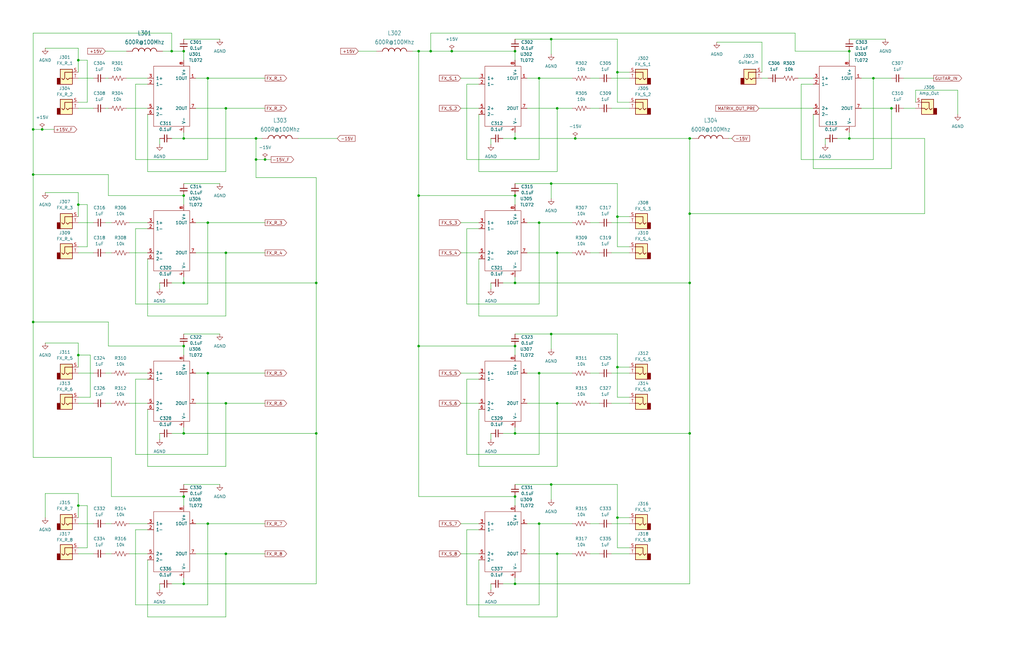
<source format=kicad_sch>
(kicad_sch (version 20250114) (generator "eeschema") (generator_version "9.0")
  (paper "B")
  (title_block (title "ESP332 Guitar Patch Bay") (date "2025-05-27") (rev "1"))
  (junction (at 227.33 220.98))
  (junction (at 77.47 182.88))
  (junction (at 290.83 182.88))
  (junction (at 176.53 82.55))
  (junction (at 17.78 54.61))
  (junction (at 33.02 25.4))
  (junction (at 190.5 21.59))
  (junction (at 217.17 182.88))
  (junction (at 217.17 58.42))
  (junction (at 72.39 21.59))
  (junction (at 87.63 93.98))
  (junction (at 77.47 21.59))
  (junction (at 77.47 209.55))
  (junction (at 133.35 182.88))
  (junction (at 77.47 246.38))
  (junction (at 234.95 170.18))
  (junction (at 13.97 73.66))
  (junction (at 95.25 45.72))
  (junction (at 242.57 58.42))
  (junction (at 13.97 54.61))
  (junction (at 77.47 58.42))
  (junction (at 290.83 90.17))
  (junction (at 234.95 233.68))
  (junction (at 33.02 149.86))
  (junction (at 227.33 33.02))
  (junction (at 232.41 204.47))
  (junction (at 181.61 21.59))
  (junction (at 232.41 16.51))
  (junction (at 260.35 218.44))
  (junction (at 260.35 154.94))
  (junction (at 107.95 58.42))
  (junction (at 217.17 119.38))
  (junction (at 260.35 30.48))
  (junction (at 368.3 33.02))
  (junction (at 227.33 93.98))
  (junction (at 227.33 157.48))
  (junction (at 234.95 106.68))
  (junction (at 77.47 119.38))
  (junction (at 111.76 67.31))
  (junction (at 358.14 58.42))
  (junction (at 33.02 86.36))
  (junction (at 217.17 246.38))
  (junction (at 95.25 233.68))
  (junction (at 234.95 45.72))
  (junction (at 77.47 82.55))
  (junction (at 95.25 106.68))
  (junction (at 358.14 21.59))
  (junction (at 217.17 146.05))
  (junction (at 232.41 77.47))
  (junction (at 232.41 140.97))
  (junction (at 260.35 91.44))
  (junction (at 107.95 67.31))
  (junction (at 217.17 21.59))
  (junction (at 95.25 170.18))
  (junction (at 87.63 220.98))
  (junction (at 290.83 58.42))
  (junction (at 176.53 21.59))
  (junction (at 33.02 213.36))
  (junction (at 87.63 157.48))
  (junction (at 13.97 135.89))
  (junction (at 87.63 33.02))
  (junction (at 176.53 146.05))
  (junction (at 290.83 119.38))
  (junction (at 77.47 146.05))
  (junction (at 375.92 45.72))
  (junction (at 133.35 119.38))
  (junction (at 217.17 209.55))
  (junction (at 217.17 82.55))
  (wire (pts (xy 234.95 196.85) (xy 201.93 196.85)))
  (wire (pts (xy 46.99 209.55) (xy 46.99 193.04)))
  (wire (pts (xy 358.14 16.51) (xy 373.38 16.51)))
  (wire (pts (xy 57.15 223.52) (xy 62.23 223.52)))
  (wire (pts (xy 13.97 54.61) (xy 13.97 13.97)))
  (wire (pts (xy 241.3 33.02) (xy 227.33 33.02)))
  (wire (pts (xy 212.09 246.38) (xy 217.17 246.38)))
  (wire (pts (xy 54.61 170.18) (xy 62.23 170.18)))
  (wire (pts (xy 67.31 185.42) (xy 67.31 182.88)))
  (wire (pts (xy 181.61 13.97) (xy 181.61 21.59)))
  (wire (pts (xy 232.41 147.32) (xy 232.41 140.97)))
  (wire (pts (xy 82.55 220.98) (xy 87.63 220.98)))
  (wire (pts (xy 222.25 93.98) (xy 227.33 93.98)))
  (wire (pts (xy 87.63 33.02) (xy 111.76 33.02)))
  (wire (pts (xy 290.83 119.38) (xy 290.83 90.17)))
  (wire (pts (xy 232.41 22.86) (xy 232.41 16.51)))
  (wire (pts (xy 133.35 246.38) (xy 133.35 182.88)))
  (wire (pts (xy 222.25 106.68) (xy 234.95 106.68)))
  (wire (pts (xy 33.02 170.18) (xy 39.37 170.18)))
  (wire (pts (xy 337.82 35.56) (xy 342.9 35.56)))
  (wire (pts (xy 72.39 21.59) (xy 77.47 21.59)))
  (wire (pts (xy 257.81 33.02) (xy 265.43 33.02)))
  (wire (pts (xy 260.35 91.44) (xy 265.43 91.44)))
  (wire (pts (xy 46.99 220.98) (xy 44.45 220.98)))
  (wire (pts (xy 33.02 43.18) (xy 36.83 43.18)))
  (wire (pts (xy 222.25 233.68) (xy 234.95 233.68)))
  (wire (pts (xy 176.53 21.59) (xy 181.61 21.59)))
  (wire (pts (xy 54.61 106.68) (xy 62.23 106.68)))
  (wire (pts (xy 95.25 170.18) (xy 95.25 196.85)))
  (wire (pts (xy 151.13 21.59) (xy 158.75 21.59)))
  (wire (pts (xy 290.83 58.42) (xy 242.57 58.42)))
  (wire (pts (xy 260.35 77.47) (xy 232.41 77.47)))
  (wire (pts (xy 95.25 196.85) (xy 62.23 196.85)))
  (wire (pts (xy 33.02 233.68) (xy 39.37 233.68)))
  (wire (pts (xy 57.15 128.27) (xy 87.63 128.27)))
  (wire (pts (xy 201.93 48.26) (xy 201.93 72.39)))
  (wire (pts (xy 234.95 106.68) (xy 234.95 133.35)))
  (wire (pts (xy 77.47 77.47) (xy 92.71 77.47)))
  (wire (pts (xy 95.25 72.39) (xy 62.23 72.39)))
  (wire (pts (xy 95.25 260.35) (xy 62.23 260.35)))
  (wire (pts (xy 57.15 96.52) (xy 62.23 96.52)))
  (wire (pts (xy 95.25 45.72) (xy 111.76 45.72)))
  (wire (pts (xy 62.23 48.26) (xy 62.23 72.39)))
  (wire (pts (xy 33.02 45.72) (xy 39.37 45.72)))
  (wire (pts (xy 222.25 170.18) (xy 234.95 170.18)))
  (wire (pts (xy 227.33 220.98) (xy 227.33 255.27)))
  (wire (pts (xy 77.47 140.97) (xy 92.71 140.97)))
  (wire (pts (xy 212.09 58.42) (xy 217.17 58.42)))
  (wire (pts (xy 217.17 246.38) (xy 290.83 246.38)))
  (wire (pts (xy 95.25 45.72) (xy 95.25 72.39)))
  (wire (pts (xy 234.95 72.39) (xy 201.93 72.39)))
  (wire (pts (xy 19.05 20.32) (xy 33.02 20.32)))
  (wire (pts (xy 72.39 13.97) (xy 72.39 21.59)))
  (wire (pts (xy 196.85 67.31) (xy 227.33 67.31)))
  (wire (pts (xy 212.09 119.38) (xy 217.17 119.38)))
  (wire (pts (xy 77.47 21.59) (xy 77.47 25.4)))
  (wire (pts (xy 36.83 86.36) (xy 33.02 86.36)))
  (wire (pts (xy 194.31 220.98) (xy 201.93 220.98)))
  (wire (pts (xy 54.61 93.98) (xy 62.23 93.98)))
  (wire (pts (xy 363.22 33.02) (xy 368.3 33.02)))
  (wire (pts (xy 217.17 140.97) (xy 232.41 140.97)))
  (wire (pts (xy 44.45 233.68) (xy 46.99 233.68)))
  (wire (pts (xy 107.95 74.93) (xy 133.35 74.93)))
  (wire (pts (xy 176.53 146.05) (xy 176.53 82.55)))
  (wire (pts (xy 248.92 93.98) (xy 252.73 93.98)))
  (wire (pts (xy 307.34 58.42) (xy 308.61 58.42)))
  (wire (pts (xy 335.28 21.59) (xy 335.28 13.97)))
  (wire (pts (xy 176.53 82.55) (xy 217.17 82.55)))
  (wire (pts (xy 260.35 91.44) (xy 260.35 77.47)))
  (wire (pts (xy 241.3 233.68) (xy 234.95 233.68)))
  (wire (pts (xy 33.02 149.86) (xy 33.02 154.94)))
  (wire (pts (xy 45.72 33.02) (xy 44.45 33.02)))
  (wire (pts (xy 36.83 231.14) (xy 36.83 213.36)))
  (wire (pts (xy 19.05 208.28) (xy 33.02 208.28)))
  (wire (pts (xy 248.92 33.02) (xy 252.73 33.02)))
  (wire (pts (xy 82.55 33.02) (xy 87.63 33.02)))
  (wire (pts (xy 194.31 233.68) (xy 201.93 233.68)))
  (wire (pts (xy 257.81 170.18) (xy 265.43 170.18)))
  (wire (pts (xy 234.95 170.18) (xy 234.95 196.85)))
  (wire (pts (xy 82.55 233.68) (xy 95.25 233.68)))
  (wire (pts (xy 207.01 248.92) (xy 207.01 246.38)))
  (wire (pts (xy 62.23 109.22) (xy 62.23 133.35)))
  (wire (pts (xy 57.15 160.02) (xy 62.23 160.02)))
  (wire (pts (xy 196.85 160.02) (xy 201.93 160.02)))
  (wire (pts (xy 36.83 25.4) (xy 33.02 25.4)))
  (wire (pts (xy 257.81 106.68) (xy 265.43 106.68)))
  (wire (pts (xy 257.81 233.68) (xy 265.43 233.68)))
  (wire (pts (xy 72.39 182.88) (xy 77.47 182.88)))
  (wire (pts (xy 77.47 116.84) (xy 77.47 119.38)))
  (wire (pts (xy 82.55 106.68) (xy 95.25 106.68)))
  (wire (pts (xy 260.35 16.51) (xy 232.41 16.51)))
  (wire (pts (xy 323.85 33.02) (xy 321.31 33.02)))
  (wire (pts (xy 181.61 21.59) (xy 190.5 21.59)))
  (wire (pts (xy 290.83 182.88) (xy 290.83 119.38)))
  (wire (pts (xy 53.34 21.59) (xy 44.45 21.59)))
  (wire (pts (xy 207.01 185.42) (xy 207.01 182.88)))
  (wire (pts (xy 222.25 157.48) (xy 227.33 157.48)))
  (wire (pts (xy 196.85 35.56) (xy 201.93 35.56)))
  (wire (pts (xy 87.63 93.98) (xy 87.63 128.27)))
  (wire (pts (xy 95.25 233.68) (xy 111.76 233.68)))
  (wire (pts (xy 358.14 58.42) (xy 389.89 58.42)))
  (wire (pts (xy 217.17 119.38) (xy 290.83 119.38)))
  (wire (pts (xy 176.53 146.05) (xy 217.17 146.05)))
  (wire (pts (xy 196.85 191.77) (xy 227.33 191.77)))
  (wire (pts (xy 337.82 67.31) (xy 368.3 67.31)))
  (wire (pts (xy 194.31 157.48) (xy 201.93 157.48)))
  (wire (pts (xy 260.35 140.97) (xy 232.41 140.97)))
  (wire (pts (xy 107.95 67.31) (xy 107.95 74.93)))
  (wire (pts (xy 353.06 58.42) (xy 358.14 58.42)))
  (wire (pts (xy 358.14 55.88) (xy 358.14 58.42)))
  (wire (pts (xy 217.17 82.55) (xy 217.17 86.36)))
  (wire (pts (xy 46.99 157.48) (xy 44.45 157.48)))
  (wire (pts (xy 33.02 25.4) (xy 33.02 30.48)))
  (wire (pts (xy 173.99 21.59) (xy 176.53 21.59)))
  (wire (pts (xy 260.35 218.44) (xy 260.35 204.47)))
  (wire (pts (xy 33.02 33.02) (xy 39.37 33.02)))
  (wire (pts (xy 265.43 167.64) (xy 260.35 167.64)))
  (wire (pts (xy 234.95 260.35) (xy 201.93 260.35)))
  (wire (pts (xy 232.41 210.82) (xy 232.41 204.47)))
  (wire (pts (xy 87.63 33.02) (xy 87.63 67.31)))
  (wire (pts (xy 248.92 106.68) (xy 252.73 106.68)))
  (wire (pts (xy 257.81 45.72) (xy 265.43 45.72)))
  (wire (pts (xy 46.99 106.68) (xy 44.45 106.68)))
  (wire (pts (xy 227.33 157.48) (xy 241.3 157.48)))
  (wire (pts (xy 33.02 93.98) (xy 39.37 93.98)))
  (wire (pts (xy 133.35 182.88) (xy 133.35 119.38)))
  (wire (pts (xy 77.47 204.47) (xy 92.71 204.47)))
  (wire (pts (xy 54.61 220.98) (xy 62.23 220.98)))
  (wire (pts (xy 57.15 128.27) (xy 57.15 96.52)))
  (wire (pts (xy 87.63 157.48) (xy 87.63 191.77)))
  (wire (pts (xy 33.02 167.64) (xy 38.1 167.64)))
  (wire (pts (xy 67.31 121.92) (xy 67.31 119.38)))
  (wire (pts (xy 222.25 45.72) (xy 234.95 45.72)))
  (wire (pts (xy 194.31 33.02) (xy 201.93 33.02)))
  (wire (pts (xy 33.02 208.28) (xy 33.02 213.36)))
  (wire (pts (xy 77.47 146.05) (xy 77.47 149.86)))
  (wire (pts (xy 248.92 45.72) (xy 252.73 45.72)))
  (wire (pts (xy 196.85 96.52) (xy 201.93 96.52)))
  (wire (pts (xy 194.31 106.68) (xy 201.93 106.68)))
  (wire (pts (xy 386.08 38.1) (xy 403.86 38.1)))
  (wire (pts (xy 217.17 204.47) (xy 232.41 204.47)))
  (wire (pts (xy 248.92 157.48) (xy 252.73 157.48)))
  (wire (pts (xy 190.5 21.59) (xy 217.17 21.59)))
  (wire (pts (xy 227.33 33.02) (xy 227.33 67.31)))
  (wire (pts (xy 234.95 45.72) (xy 234.95 72.39)))
  (wire (pts (xy 77.47 55.88) (xy 77.47 58.42)))
  (wire (pts (xy 194.31 45.72) (xy 201.93 45.72)))
  (wire (pts (xy 248.92 233.68) (xy 252.73 233.68)))
  (wire (pts (xy 290.83 90.17) (xy 389.89 90.17)))
  (wire (pts (xy 125.73 58.42) (xy 142.24 58.42)))
  (wire (pts (xy 77.47 82.55) (xy 77.47 86.36)))
  (wire (pts (xy 363.22 45.72) (xy 375.92 45.72)))
  (wire (pts (xy 386.08 43.18) (xy 386.08 38.1)))
  (wire (pts (xy 196.85 67.31) (xy 196.85 35.56)))
  (wire (pts (xy 342.9 48.26) (xy 342.9 71.12)))
  (wire (pts (xy 321.31 17.78) (xy 321.31 30.48)))
  (wire (pts (xy 242.57 58.42) (xy 217.17 58.42)))
  (wire (pts (xy 95.25 106.68) (xy 95.25 133.35)))
  (wire (pts (xy 54.61 233.68) (xy 62.23 233.68)))
  (wire (pts (xy 302.26 17.78) (xy 321.31 17.78)))
  (wire (pts (xy 381 33.02) (xy 393.7 33.02)))
  (wire (pts (xy 67.31 60.96) (xy 67.31 58.42)))
  (wire (pts (xy 232.41 16.51) (xy 217.17 16.51)))
  (wire (pts (xy 87.63 93.98) (xy 111.76 93.98)))
  (wire (pts (xy 13.97 135.89) (xy 13.97 73.66)))
  (wire (pts (xy 19.05 144.78) (xy 33.02 144.78)))
  (wire (pts (xy 212.09 182.88) (xy 217.17 182.88)))
  (wire (pts (xy 241.3 106.68) (xy 234.95 106.68)))
  (wire (pts (xy 19.05 208.28) (xy 19.05 218.44)))
  (wire (pts (xy 95.25 233.68) (xy 95.25 260.35)))
  (wire (pts (xy 77.47 209.55) (xy 77.47 213.36)))
  (wire (pts (xy 77.47 246.38) (xy 133.35 246.38)))
  (wire (pts (xy 403.86 38.1) (xy 403.86 48.26)))
  (wire (pts (xy 36.83 104.14) (xy 36.83 86.36)))
  (wire (pts (xy 33.02 144.78) (xy 33.02 149.86)))
  (wire (pts (xy 375.92 33.02) (xy 368.3 33.02)))
  (wire (pts (xy 68.58 21.59) (xy 72.39 21.59)))
  (wire (pts (xy 358.14 25.4) (xy 358.14 21.59)))
  (wire (pts (xy 196.85 191.77) (xy 196.85 160.02)))
  (wire (pts (xy 46.99 170.18) (xy 44.45 170.18)))
  (wire (pts (xy 217.17 209.55) (xy 217.17 213.36)))
  (wire (pts (xy 176.53 209.55) (xy 217.17 209.55)))
  (wire (pts (xy 260.35 30.48) (xy 265.43 30.48)))
  (wire (pts (xy 217.17 21.59) (xy 217.17 25.4)))
  (wire (pts (xy 217.17 77.47) (xy 232.41 77.47)))
  (wire (pts (xy 201.93 172.72) (xy 201.93 196.85)))
  (wire (pts (xy 62.23 172.72) (xy 62.23 196.85)))
  (wire (pts (xy 36.83 43.18) (xy 36.83 25.4)))
  (wire (pts (xy 95.25 133.35) (xy 62.23 133.35)))
  (wire (pts (xy 53.34 33.02) (xy 62.23 33.02)))
  (wire (pts (xy 260.35 154.94) (xy 265.43 154.94)))
  (wire (pts (xy 176.53 209.55) (xy 176.53 146.05)))
  (wire (pts (xy 33.02 86.36) (xy 33.02 91.44)))
  (wire (pts (xy 111.76 67.31) (xy 114.3 67.31)))
  (wire (pts (xy 22.86 54.61) (xy 17.78 54.61)))
  (wire (pts (xy 222.25 33.02) (xy 227.33 33.02)))
  (wire (pts (xy 232.41 83.82) (xy 232.41 77.47)))
  (wire (pts (xy 38.1 167.64) (xy 38.1 149.86)))
  (wire (pts (xy 290.83 90.17) (xy 290.83 58.42)))
  (wire (pts (xy 257.81 157.48) (xy 265.43 157.48)))
  (wire (pts (xy 95.25 170.18) (xy 111.76 170.18)))
  (wire (pts (xy 133.35 119.38) (xy 77.47 119.38)))
  (wire (pts (xy 45.72 82.55) (xy 45.72 73.66)))
  (wire (pts (xy 347.98 60.96) (xy 347.98 58.42)))
  (wire (pts (xy 87.63 220.98) (xy 87.63 255.27)))
  (wire (pts (xy 194.31 170.18) (xy 201.93 170.18)))
  (wire (pts (xy 57.15 35.56) (xy 62.23 35.56)))
  (wire (pts (xy 260.35 30.48) (xy 260.35 16.51)))
  (wire (pts (xy 45.72 146.05) (xy 45.72 135.89)))
  (wire (pts (xy 77.47 182.88) (xy 133.35 182.88)))
  (wire (pts (xy 57.15 67.31) (xy 87.63 67.31)))
  (wire (pts (xy 260.35 167.64) (xy 260.35 154.94)))
  (wire (pts (xy 33.02 231.14) (xy 36.83 231.14)))
  (wire (pts (xy 38.1 149.86) (xy 33.02 149.86)))
  (wire (pts (xy 335.28 13.97) (xy 181.61 13.97)))
  (wire (pts (xy 260.35 231.14) (xy 260.35 218.44)))
  (wire (pts (xy 107.95 67.31) (xy 111.76 67.31)))
  (wire (pts (xy 260.35 154.94) (xy 260.35 140.97)))
  (wire (pts (xy 241.3 170.18) (xy 234.95 170.18)))
  (wire (pts (xy 201.93 236.22) (xy 201.93 260.35)))
  (wire (pts (xy 227.33 93.98) (xy 241.3 93.98)))
  (wire (pts (xy 13.97 13.97) (xy 72.39 13.97)))
  (wire (pts (xy 292.1 58.42) (xy 290.83 58.42)))
  (wire (pts (xy 77.47 243.84) (xy 77.47 246.38)))
  (wire (pts (xy 217.17 180.34) (xy 217.17 182.88)))
  (wire (pts (xy 46.99 193.04) (xy 13.97 193.04)))
  (wire (pts (xy 87.63 157.48) (xy 111.76 157.48)))
  (wire (pts (xy 194.31 93.98) (xy 201.93 93.98)))
  (wire (pts (xy 342.9 71.12) (xy 375.92 71.12)))
  (wire (pts (xy 260.35 218.44) (xy 265.43 218.44)))
  (wire (pts (xy 217.17 58.42) (xy 217.17 55.88)))
  (wire (pts (xy 57.15 191.77) (xy 87.63 191.77)))
  (wire (pts (xy 36.83 213.36) (xy 33.02 213.36)))
  (wire (pts (xy 196.85 255.27) (xy 196.85 223.52)))
  (wire (pts (xy 67.31 248.92) (xy 67.31 246.38)))
  (wire (pts (xy 389.89 58.42) (xy 389.89 90.17)))
  (wire (pts (xy 33.02 104.14) (xy 36.83 104.14)))
  (wire (pts (xy 13.97 193.04) (xy 13.97 135.89)))
  (wire (pts (xy 336.55 33.02) (xy 342.9 33.02)))
  (wire (pts (xy 217.17 116.84) (xy 217.17 119.38)))
  (wire (pts (xy 257.81 93.98) (xy 265.43 93.98)))
  (wire (pts (xy 381 45.72) (xy 386.08 45.72)))
  (wire (pts (xy 62.23 236.22) (xy 62.23 260.35)))
  (wire (pts (xy 33.02 213.36) (xy 33.02 218.44)))
  (wire (pts (xy 196.85 255.27) (xy 227.33 255.27)))
  (wire (pts (xy 45.72 82.55) (xy 77.47 82.55)))
  (wire (pts (xy 77.47 180.34) (xy 77.47 182.88)))
  (wire (pts (xy 45.72 135.89) (xy 13.97 135.89)))
  (wire (pts (xy 207.01 121.92) (xy 207.01 119.38)))
  (wire (pts (xy 33.02 81.28) (xy 33.02 86.36)))
  (wire (pts (xy 217.17 243.84) (xy 217.17 246.38)))
  (wire (pts (xy 241.3 45.72) (xy 234.95 45.72)))
  (wire (pts (xy 217.17 182.88) (xy 290.83 182.88)))
  (wire (pts (xy 201.93 109.22) (xy 201.93 133.35)))
  (wire (pts (xy 265.43 231.14) (xy 260.35 231.14)))
  (wire (pts (xy 53.34 45.72) (xy 62.23 45.72)))
  (wire (pts (xy 335.28 21.59) (xy 358.14 21.59)))
  (wire (pts (xy 260.35 104.14) (xy 260.35 91.44)))
  (wire (pts (xy 33.02 220.98) (xy 39.37 220.98)))
  (wire (pts (xy 95.25 106.68) (xy 111.76 106.68)))
  (wire (pts (xy 375.92 71.12) (xy 375.92 45.72)))
  (wire (pts (xy 110.49 58.42) (xy 107.95 58.42)))
  (wire (pts (xy 217.17 146.05) (xy 217.17 149.86)))
  (wire (pts (xy 82.55 157.48) (xy 87.63 157.48)))
  (wire (pts (xy 45.72 73.66) (xy 13.97 73.66)))
  (wire (pts (xy 17.78 54.61) (xy 13.97 54.61)))
  (wire (pts (xy 82.55 45.72) (xy 95.25 45.72)))
  (wire (pts (xy 337.82 67.31) (xy 337.82 35.56)))
  (wire (pts (xy 234.95 233.68) (xy 234.95 260.35)))
  (wire (pts (xy 260.35 43.18) (xy 260.35 30.48)))
  (wire (pts (xy 57.15 67.31) (xy 57.15 35.56)))
  (wire (pts (xy 87.63 220.98) (xy 111.76 220.98)))
  (wire (pts (xy 234.95 133.35) (xy 201.93 133.35)))
  (wire (pts (xy 54.61 157.48) (xy 62.23 157.48)))
  (wire (pts (xy 13.97 73.66) (xy 13.97 54.61)))
  (wire (pts (xy 46.99 93.98) (xy 44.45 93.98)))
  (wire (pts (xy 33.02 20.32) (xy 33.02 25.4)))
  (wire (pts (xy 45.72 45.72) (xy 44.45 45.72)))
  (wire (pts (xy 222.25 220.98) (xy 227.33 220.98)))
  (wire (pts (xy 265.43 104.14) (xy 260.35 104.14)))
  (wire (pts (xy 133.35 74.93) (xy 133.35 119.38)))
  (wire (pts (xy 19.05 81.28) (xy 33.02 81.28)))
  (wire (pts (xy 248.92 170.18) (xy 252.73 170.18)))
  (wire (pts (xy 227.33 157.48) (xy 227.33 191.77)))
  (wire (pts (xy 82.55 93.98) (xy 87.63 93.98)))
  (wire (pts (xy 107.95 58.42) (xy 107.95 67.31)))
  (wire (pts (xy 57.15 255.27) (xy 57.15 223.52)))
  (wire (pts (xy 248.92 220.98) (xy 252.73 220.98)))
  (wire (pts (xy 196.85 223.52) (xy 201.93 223.52)))
  (wire (pts (xy 72.39 119.38) (xy 77.47 119.38)))
  (wire (pts (xy 227.33 220.98) (xy 241.3 220.98)))
  (wire (pts (xy 46.99 209.55) (xy 77.47 209.55)))
  (wire (pts (xy 207.01 60.96) (xy 207.01 58.42)))
  (wire (pts (xy 196.85 128.27) (xy 196.85 96.52)))
  (wire (pts (xy 257.81 220.98) (xy 265.43 220.98)))
  (wire (pts (xy 77.47 16.51) (xy 92.71 16.51)))
  (wire (pts (xy 57.15 191.77) (xy 57.15 160.02)))
  (wire (pts (xy 57.15 255.27) (xy 87.63 255.27)))
  (wire (pts (xy 320.04 45.72) (xy 342.9 45.72)))
  (wire (pts (xy 368.3 33.02) (xy 368.3 67.31)))
  (wire (pts (xy 265.43 43.18) (xy 260.35 43.18)))
  (wire (pts (xy 82.55 170.18) (xy 95.25 170.18)))
  (wire (pts (xy 176.53 82.55) (xy 176.53 21.59)))
  (wire (pts (xy 45.72 146.05) (xy 77.47 146.05)))
  (wire (pts (xy 290.83 246.38) (xy 290.83 182.88)))
  (wire (pts (xy 33.02 157.48) (xy 39.37 157.48)))
  (wire (pts (xy 72.39 246.38) (xy 77.47 246.38)))
  (wire (pts (xy 196.85 128.27) (xy 227.33 128.27)))
  (wire (pts (xy 260.35 204.47) (xy 232.41 204.47)))
  (wire (pts (xy 107.95 58.42) (xy 77.47 58.42)))
  (wire (pts (xy 227.33 93.98) (xy 227.33 128.27)))
  (wire (pts (xy 72.39 58.42) (xy 77.47 58.42)))
  (wire (pts (xy 33.02 106.68) (xy 39.37 106.68)))
  (global_label "FX_R_5" (shape output) (at 111.76 157.48 0) (property "Intersheetrefs" "${INTERSHEET_REFS}" (effects (hide yes))))
  (global_label "MATRIX_OUT_PRE" (shape input) (at 320.04 45.72 180) (property "Intersheetrefs" "${INTERSHEET_REFS}" (effects (hide yes))))
  (global_label "FX_R_1" (shape output) (at 111.76 33.02 0) (property "Intersheetrefs" "${INTERSHEET_REFS}" (effects (hide yes))))
  (global_label "FX_S_7" (shape input) (at 194.31 220.98 180) (property "Intersheetrefs" "${INTERSHEET_REFS}" (effects (hide yes))))
  (global_label "FX_S_8" (shape input) (at 194.31 233.68 180) (property "Intersheetrefs" "${INTERSHEET_REFS}" (effects (hide yes))))
  (global_label "FX_R_6" (shape output) (at 111.76 170.18 0) (property "Intersheetrefs" "${INTERSHEET_REFS}" (effects (hide yes))))
  (global_label "FX_S_4" (shape input) (at 194.31 106.68 180) (property "Intersheetrefs" "${INTERSHEET_REFS}" (effects (hide yes))))
  (global_label "+15V" (shape input) (at 151.13 21.59 180) (property "Intersheetrefs" "${INTERSHEET_REFS}" (effects (hide yes))))
  (global_label "-15V" (shape input) (at 142.24 58.42 0) (property "Intersheetrefs" "${INTERSHEET_REFS}" (effects (hide yes))))
  (global_label "FX_R_8" (shape output) (at 111.76 233.68 0) (property "Intersheetrefs" "${INTERSHEET_REFS}" (effects (hide yes))))
  (global_label "FX_S_1" (shape input) (at 194.31 33.02 180) (property "Intersheetrefs" "${INTERSHEET_REFS}" (effects (hide yes))))
  (global_label "FX_R_7" (shape output) (at 111.76 220.98 0) (property "Intersheetrefs" "${INTERSHEET_REFS}" (effects (hide yes))))
  (global_label "FX_S_2" (shape input) (at 194.31 45.72 180) (property "Intersheetrefs" "${INTERSHEET_REFS}" (effects (hide yes))))
  (global_label "GUITAR_IN" (shape output) (at 393.7 33.02 0) (property "Intersheetrefs" "${INTERSHEET_REFS}" (effects (hide yes))))
  (global_label "FX_S_6" (shape input) (at 194.31 170.18 180) (property "Intersheetrefs" "${INTERSHEET_REFS}" (effects (hide yes))))
  (global_label "-15V_F" (shape output) (at 114.3 67.31 0) (property "Intersheetrefs" "${INTERSHEET_REFS}" (effects (hide yes))))
  (global_label "FX_S_5" (shape input) (at 194.31 157.48 180) (property "Intersheetrefs" "${INTERSHEET_REFS}" (effects (hide yes))))
  (global_label "-15V" (shape input) (at 308.61 58.42 0) (property "Intersheetrefs" "${INTERSHEET_REFS}" (effects (hide yes))))
  (global_label "+15V" (shape input) (at 44.45 21.59 180) (property "Intersheetrefs" "${INTERSHEET_REFS}" (effects (hide yes))))
  (global_label "FX_R_2" (shape output) (at 111.76 45.72 0) (property "Intersheetrefs" "${INTERSHEET_REFS}" (effects (hide yes))))
  (global_label "FX_S_3" (shape input) (at 194.31 93.98 180) (property "Intersheetrefs" "${INTERSHEET_REFS}" (effects (hide yes))))
  (global_label "FX_R_3" (shape output) (at 111.76 93.98 0) (property "Intersheetrefs" "${INTERSHEET_REFS}" (effects (hide yes))))
  (global_label "FX_R_4" (shape output) (at 111.76 106.68 0) (property "Intersheetrefs" "${INTERSHEET_REFS}" (effects (hide yes))))
  (global_label "+15V_F" (shape output) (at 22.86 54.61 0) (property "Intersheetrefs" "${INTERSHEET_REFS}" (effects (hide yes))))
  (symbol (lib_id "Device:R_US") (at 50.8 93.98 270) (unit 1)
    (property "Reference" "R306" (at 50.8 87.63 90))
    (property "Value" "10k" (at 50.8 90.17 90))
    (property "Footprint" "Resistor_THT:R_Axial_DIN0207_L6.3mm_D2.5mm_P7.62mm_Horizontal" (effects (hide yes)))
    (property "Description" "Resistor, US symbol" (effects (hide yes)))
  )
  (symbol (lib_name "GND_1") (lib_id "power:GND") (at 67.31 248.92 0) (unit 1)
    (property "Reference" "#PWR0323" (effects (hide yes)))
    (property "Value" "AGND" (at 67.31 254 0))
    (property "Description" "Power symbol creates a global label with name \"GND\" , ground" (effects (hide yes)))
  )
  (symbol (lib_id "Device:C_Small") (at 378.46 45.72 270) (mirror x) (unit 1)
    (property "Reference" "C310" (at 378.4537 39.37 90))
    (property "Value" "1uF" (at 378.4537 41.91 90))
    (property "Footprint" "Capacitor_THT:C_Disc_D5.0mm_W2.5mm_P2.50mm" (effects (hide yes)))
    (property "Description" "Unpolarized capacitor, small symbol" (effects (hide yes)))
  )
  (symbol (lib_id "Bay:TL072") (at 72.39 40.64 0) (unit 1)
    (property "Reference" "U301" (at 79.6133 22.86 0) (effects (justify left)))
    (property "Value" "TL072" (at 79.6133 25.4 0) (effects (justify left)))
    (property "Footprint" "Package_DIP:DIP-8_W7.62mm" (effects (hide yes)))
  )
  (symbol (lib_id "Device:C_Small") (at 255.27 33.02 270) (mirror x) (unit 1)
    (property "Reference" "C305" (at 255.2637 26.67 90))
    (property "Value" "1uF" (at 255.2637 29.21 90))
    (property "Footprint" "Capacitor_THT:C_Disc_D5.0mm_W2.5mm_P2.50mm" (effects (hide yes)))
    (property "Description" "Unpolarized capacitor, small symbol" (effects (hide yes)))
  )
  (symbol (lib_name "GND_1") (lib_id "power:GND") (at 232.41 22.86 0) (unit 1)
    (property "Reference" "#PWR0305" (effects (hide yes)))
    (property "Value" "AGND" (at 232.41 27.94 0))
    (property "Description" "Power symbol creates a global label with name \"GND\" , ground" (effects (hide yes)))
  )
  (symbol (lib_id "Bay:TL072") (at 212.09 101.6 0) (unit 1)
    (property "Reference" "U305" (at 219.3133 83.83 0) (effects (justify left)))
    (property "Value" "TL072" (at 219.3133 86.37 0) (effects (justify left)))
    (property "Footprint" "Package_DIP:DIP-8_W7.62mm" (effects (hide yes)))
  )
  (symbol (lib_id "Device:C_Small") (at 217.17 143.51 0) (unit 1)
    (property "Reference" "C323" (at 219.71 142.2462 0) (effects (justify left)))
    (property "Value" "0.1uF" (at 219.71 144.7862 0) (effects (justify left)))
    (property "Footprint" "Capacitor_THT:C_Disc_D5.0mm_W2.5mm_P2.50mm" (effects (hide yes)))
    (property "Description" "Unpolarized capacitor, small symbol" (effects (hide yes)))
  )
  (symbol (lib_id "Device:R_US") (at 50.8 220.98 270) (unit 1)
    (property "Reference" "R314" (at 50.8 214.63 90))
    (property "Value" "10k" (at 50.8 217.17 90))
    (property "Footprint" "Resistor_THT:R_Axial_DIN0207_L6.3mm_D2.5mm_P7.62mm_Horizontal" (effects (hide yes)))
    (property "Description" "Resistor, US symbol" (effects (hide yes)))
  )
  (symbol (lib_name "GND_1") (lib_id "power:GND") (at 92.71 77.47 0) (unit 1)
    (property "Reference" "#PWR0310" (effects (hide yes)))
    (property "Value" "AGND" (at 92.71 82.55 0))
    (property "Description" "Power symbol creates a global label with name \"GND\" , ground" (effects (hide yes)))
  )
  (symbol (lib_id "power:PWR_FLAG") (at 111.76 67.31 0) (unit 1)
    (property "Reference" "#FLG0304" (effects (hide yes)))
    (property "Value" "-15V" (at 111.76 62.23 0))
    (property "Description" "Special symbol for telling ERC where power comes from" (effects (hide yes)))
  )
  (symbol (lib_id "Connector_Audio:AudioJack2") (at 27.94 106.68 0) (unit 1)
    (property "Reference" "J309" (at 27.305 98.28 0))
    (property "Value" "FX_R_4" (at 27.305 100.82 0))
    (property "Footprint" "Library:Jack" (effects (hide yes)))
    (property "Description" "FX_R_4" (effects (hide yes)))
  )
  (symbol (lib_id "Bay:TL072") (at 212.09 228.6 0) (unit 1)
    (property "Reference" "U309" (at 219.3133 210.83 0) (effects (justify left)))
    (property "Value" "TL072" (at 219.3133 213.37 0) (effects (justify left)))
    (property "Footprint" "Package_DIP:DIP-8_W7.62mm" (effects (hide yes)))
  )
  (symbol (lib_id "Device:C_Small") (at 255.27 106.68 270) (mirror x) (unit 1)
    (property "Reference" "C319" (at 255.2637 100.33 90))
    (property "Value" "1uF" (at 255.2637 102.87 90))
    (property "Footprint" "Capacitor_THT:C_Disc_D5.0mm_W2.5mm_P2.50mm" (effects (hide yes)))
    (property "Description" "Unpolarized capacitor, small symbol" (effects (hide yes)))
  )
  (symbol (lib_id "Device:C_Small") (at 41.91 233.68 90) (unit 1)
    (property "Reference" "C334" (at 41.9163 227.33 90))
    (property "Value" "1uF" (at 41.9163 229.87 90))
    (property "Footprint" "Capacitor_THT:C_Disc_D5.0mm_W2.5mm_P2.50mm" (effects (hide yes)))
    (property "Description" "Unpolarized capacitor, small symbol" (effects (hide yes)))
  )
  (symbol (lib_id "Device:C_Small") (at 217.17 207.01 0) (unit 1)
    (property "Reference" "C331" (at 219.71 205.7462 0) (effects (justify left)))
    (property "Value" "0.1uF" (at 219.71 208.2862 0) (effects (justify left)))
    (property "Footprint" "Capacitor_THT:C_Disc_D5.0mm_W2.5mm_P2.50mm" (effects (hide yes)))
    (property "Description" "Unpolarized capacitor, small symbol" (effects (hide yes)))
  )
  (symbol (lib_id "Device:C_Small") (at 69.85 182.88 270) (unit 1)
    (property "Reference" "C328" (at 69.8436 176.53 90))
    (property "Value" "0.1uF" (at 69.8436 179.07 90))
    (property "Footprint" "Capacitor_THT:C_Disc_D5.0mm_W2.5mm_P2.50mm" (effects (hide yes)))
    (property "Description" "Unpolarized capacitor, small symbol" (effects (hide yes)))
  )
  (symbol (lib_id "Device:R_US") (at 245.11 45.72 90) (mirror x) (unit 1)
    (property "Reference" "R305" (at 245.11 39.37 90))
    (property "Value" "10k" (at 245.11 41.91 90))
    (property "Footprint" "Resistor_THT:R_Axial_DIN0207_L6.3mm_D2.5mm_P7.62mm_Horizontal" (effects (hide yes)))
    (property "Description" "Resistor, US symbol" (effects (hide yes)))
  )
  (symbol (lib_id "Device:C_Small") (at 77.47 80.01 0) (unit 1)
    (property "Reference" "C314" (at 80.01 78.7462 0) (effects (justify left)))
    (property "Value" "0.1uF" (at 80.01 81.2862 0) (effects (justify left)))
    (property "Footprint" "Capacitor_THT:C_Disc_D5.0mm_W2.5mm_P2.50mm" (effects (hide yes)))
    (property "Description" "Unpolarized capacitor, small symbol" (effects (hide yes)))
  )
  (symbol (lib_id "Device:C_Small") (at 41.91 45.72 90) (unit 1)
    (property "Reference" "C308" (at 41.9163 39.37 90))
    (property "Value" "1uF" (at 41.9163 41.91 90))
    (property "Footprint" "Capacitor_THT:C_Disc_D5.0mm_W2.5mm_P2.50mm" (effects (hide yes)))
    (property "Description" "Unpolarized capacitor, small symbol" (effects (hide yes)))
  )
  (symbol (lib_id "Device:C_Small") (at 69.85 58.42 270) (unit 1)
    (property "Reference" "C311" (at 69.8436 52.07 90))
    (property "Value" "0.1uF" (at 69.8436 54.61 90))
    (property "Footprint" "Capacitor_THT:C_Disc_D5.0mm_W2.5mm_P2.50mm" (effects (hide yes)))
    (property "Description" "Unpolarized capacitor, small symbol" (effects (hide yes)))
  )
  (symbol (lib_id "Connector_Audio:AudioJack2") (at 270.51 33.02 0) (mirror y) (unit 1)
    (property "Reference" "J302" (at 271.145 24.62 0))
    (property "Value" "FX_S_1" (at 271.145 27.16 0))
    (property "Footprint" "Library:Jack" (effects (hide yes)))
    (property "Description" "FX_S_1" (effects (hide yes)))
  )
  (symbol (lib_name "GND_1") (lib_id "power:GND") (at 347.98 60.96 0) (unit 1)
    (property "Reference" "#PWR0309" (effects (hide yes)))
    (property "Value" "AGND" (at 347.98 66.04 0))
    (property "Description" "Power symbol creates a global label with name \"GND\" , ground" (effects (hide yes)))
  )
  (symbol (lib_id "Device:C_Small") (at 69.85 246.38 270) (unit 1)
    (property "Reference" "C336" (at 69.8436 240.03 90))
    (property "Value" "0.1uF" (at 69.8436 242.57 90))
    (property "Footprint" "Capacitor_THT:C_Disc_D5.0mm_W2.5mm_P2.50mm" (effects (hide yes)))
    (property "Description" "Unpolarized capacitor, small symbol" (effects (hide yes)))
  )
  (symbol (lib_name "AudioJack2_1") (lib_id "Connector_Audio:AudioJack2") (at 316.23 33.02 0) (unit 1)
    (property "Reference" "J303" (at 315.595 23.66 0))
    (property "Value" "Guitar_In" (at 315.595 26.2 0))
    (property "Footprint" "Library:Jack" (effects (hide yes)))
    (property "Description" "Guitar_In" (effects (hide yes)))
  )
  (symbol (lib_name "GND_1") (lib_id "power:GND") (at 302.26 17.78 0) (unit 1)
    (property "Reference" "#PWR0303" (effects (hide yes)))
    (property "Value" "AGND" (at 302.26 22.86 0))
    (property "Description" "Power symbol creates a global label with name \"GND\" , ground" (effects (hide yes)))
  )
  (symbol (lib_name "GND_1") (lib_id "power:GND") (at 67.31 121.92 0) (unit 1)
    (property "Reference" "#PWR0313" (effects (hide yes)))
    (property "Value" "AGND" (at 67.31 127 0))
    (property "Description" "Power symbol creates a global label with name \"GND\" , ground" (effects (hide yes)))
  )
  (symbol (lib_id "Connector_Audio:AudioJack2") (at 270.51 106.68 0) (mirror y) (unit 1)
    (property "Reference" "J310" (at 271.145 98.28 0))
    (property "Value" "FX_S_4" (at 271.145 100.82 0))
    (property "Footprint" "Library:Jack" (effects (hide yes)))
    (property "Description" "FX_S_4" (effects (hide yes)))
  )
  (symbol (lib_id "Device:C_Small") (at 350.52 58.42 270) (unit 1)
    (property "Reference" "C313" (at 350.5136 52.07 90))
    (property "Value" "0.1uF" (at 350.5136 54.61 90))
    (property "Footprint" "Capacitor_THT:C_Disc_D5.0mm_W2.5mm_P2.50mm" (effects (hide yes)))
    (property "Description" "Unpolarized capacitor, small symbol" (effects (hide yes)))
  )
  (symbol (lib_name "GND_1") (lib_id "power:GND") (at 92.71 16.51 0) (unit 1)
    (property "Reference" "#PWR0301" (effects (hide yes)))
    (property "Value" "AGND" (at 92.71 21.59 0))
    (property "Description" "Power symbol creates a global label with name \"GND\" , ground" (effects (hide yes)))
  )
  (symbol (lib_id "Connector_Audio:AudioJack2") (at 27.94 33.02 0) (unit 1)
    (property "Reference" "J301" (at 27.305 24.14 0))
    (property "Value" "FX_R_1" (at 27.305 26.68 0))
    (property "Footprint" "Library:Jack" (effects (hide yes)))
    (property "Description" "FX_R_1" (effects (hide yes)))
  )
  (symbol (lib_name "GND_1") (lib_id "power:GND") (at 207.01 248.92 0) (unit 1)
    (property "Reference" "#PWR0324" (effects (hide yes)))
    (property "Value" "AGND" (at 207.01 254 0))
    (property "Description" "Power symbol creates a global label with name \"GND\" , ground" (effects (hide yes)))
  )
  (symbol (lib_id "Device:R_US") (at 50.8 157.48 270) (unit 1)
    (property "Reference" "R310" (at 50.8 151.13 90))
    (property "Value" "10k" (at 50.8 153.67 90))
    (property "Footprint" "Resistor_THT:R_Axial_DIN0207_L6.3mm_D2.5mm_P7.62mm_Horizontal" (effects (hide yes)))
    (property "Description" "Resistor, US symbol" (effects (hide yes)))
  )
  (symbol (lib_id "Device:C_Small") (at 217.17 19.05 0) (unit 1)
    (property "Reference" "C302" (at 219.71 17.7862 0) (effects (justify left)))
    (property "Value" "0.1uF" (at 219.71 20.3262 0) (effects (justify left)))
    (property "Footprint" "Capacitor_THT:C_Disc_D5.0mm_W2.5mm_P2.50mm" (effects (hide yes)))
    (property "Description" "Unpolarized capacitor, small symbol" (effects (hide yes)))
  )
  (symbol (lib_id "Connector_Audio:AudioJack2") (at 27.94 93.98 0) (unit 1)
    (property "Reference" "J307" (at 27.305 85.1 0))
    (property "Value" "FX_R_3" (at 27.305 87.64 0))
    (property "Footprint" "Library:Jack" (effects (hide yes)))
    (property "Description" "FX_R_3" (effects (hide yes)))
  )
  (symbol (lib_id "Connector_Audio:AudioJack2") (at 270.51 220.98 0) (mirror y) (unit 1)
    (property "Reference" "J316" (at 271.145 212.58 0))
    (property "Value" "FX_S_7" (at 271.145 215.12 0))
    (property "Footprint" "Library:Jack" (effects (hide yes)))
    (property "Description" "FX_S_7" (effects (hide yes)))
  )
  (symbol (lib_id "Connector_Audio:AudioJack2") (at 270.51 93.98 0) (mirror y) (unit 1)
    (property "Reference" "J308" (at 271.145 85.58 0))
    (property "Value" "FX_S_3" (at 271.145 88.12 0))
    (property "Footprint" "Library:Jack" (effects (hide yes)))
    (property "Description" "FX_S_3" (effects (hide yes)))
  )
  (symbol (lib_name "GND_1") (lib_id "power:GND") (at 19.05 81.28 0) (unit 1)
    (property "Reference" "#PWR0311" (effects (hide yes)))
    (property "Value" "AGND" (at 19.05 86.36 0))
    (property "Description" "Power symbol creates a global label with name \"GND\" , ground" (effects (hide yes)))
  )
  (symbol (lib_id "Device:C_Small") (at 209.55 246.38 270) (unit 1)
    (property "Reference" "C337" (at 209.5436 240.03 90))
    (property "Value" "0.1uF" (at 209.5436 242.57 90))
    (property "Footprint" "Capacitor_THT:C_Disc_D5.0mm_W2.5mm_P2.50mm" (effects (hide yes)))
    (property "Description" "Unpolarized capacitor, small symbol" (effects (hide yes)))
  )
  (symbol (lib_id "Device:C_Small") (at 209.55 182.88 270) (unit 1)
    (property "Reference" "C329" (at 209.5436 176.53 90))
    (property "Value" "0.1uF" (at 209.5436 179.07 90))
    (property "Footprint" "Capacitor_THT:C_Disc_D5.0mm_W2.5mm_P2.50mm" (effects (hide yes)))
    (property "Description" "Unpolarized capacitor, small symbol" (effects (hide yes)))
  )
  (symbol (lib_id "Device:R_US") (at 245.11 106.68 90) (mirror x) (unit 1)
    (property "Reference" "R309" (at 245.11 100.33 90))
    (property "Value" "10k" (at 245.11 102.87 90))
    (property "Footprint" "Resistor_THT:R_Axial_DIN0207_L6.3mm_D2.5mm_P7.62mm_Horizontal" (effects (hide yes)))
    (property "Description" "Resistor, US symbol" (effects (hide yes)))
  )
  (symbol (lib_id "Connector_Audio:AudioJack2") (at 27.94 170.18 0) (unit 1)
    (property "Reference" "J313" (at 27.305 161.78 0))
    (property "Value" "FX_R_6" (at 27.305 164.32 0))
    (property "Footprint" "Library:Jack" (effects (hide yes)))
    (property "Description" "FX_R_6" (effects (hide yes)))
  )
  (symbol (lib_id "Device:R_US") (at 245.11 233.68 90) (mirror x) (unit 1)
    (property "Reference" "R317" (at 245.11 227.33 90))
    (property "Value" "10k" (at 245.11 229.87 90))
    (property "Footprint" "Resistor_THT:R_Axial_DIN0207_L6.3mm_D2.5mm_P7.62mm_Horizontal" (effects (hide yes)))
    (property "Description" "Resistor, US symbol" (effects (hide yes)))
  )
  (symbol (lib_name "GND_1") (lib_id "power:GND") (at 67.31 60.96 0) (unit 1)
    (property "Reference" "#PWR0307" (effects (hide yes)))
    (property "Value" "AGND" (at 67.31 66.04 0))
    (property "Description" "Power symbol creates a global label with name \"GND\" , ground" (effects (hide yes)))
  )
  (symbol (lib_id "Connector_Audio:AudioJack2") (at 27.94 233.68 0) (unit 1)
    (property "Reference" "J317" (at 27.305 225.28 0))
    (property "Value" "FX_R_8" (at 27.305 227.82 0))
    (property "Footprint" "Library:Jack" (effects (hide yes)))
    (property "Description" "FX_R_8" (effects (hide yes)))
  )
  (symbol (lib_name "GND_1") (lib_id "power:GND") (at 232.41 210.82 0) (unit 1)
    (property "Reference" "#PWR0321" (effects (hide yes)))
    (property "Value" "AGND" (at 232.41 215.9 0))
    (property "Description" "Power symbol creates a global label with name \"GND\" , ground" (effects (hide yes)))
  )
  (symbol (lib_id "Connector_Audio:AudioJack2") (at 27.94 220.98 0) (unit 1)
    (property "Reference" "J315" (at 27.305 212.1 0))
    (property "Value" "FX_R_7" (at 27.305 214.64 0))
    (property "Footprint" "Library:Jack" (effects (hide yes)))
    (property "Description" "FX_R_7" (effects (hide yes)))
  )
  (symbol (lib_id "Device:R_US") (at 245.11 33.02 90) (mirror x) (unit 1)
    (property "Reference" "R302" (at 245.11 26.67 90))
    (property "Value" "10k" (at 245.11 29.21 90))
    (property "Footprint" "Resistor_THT:R_Axial_DIN0207_L6.3mm_D2.5mm_P7.62mm_Horizontal" (effects (hide yes)))
    (property "Description" "Resistor, US symbol" (effects (hide yes)))
  )
  (symbol (lib_id "Device:C_Small") (at 209.55 119.38 270) (unit 1)
    (property "Reference" "C321" (at 209.5436 113.03 90))
    (property "Value" "0.1uF" (at 209.5436 115.57 90))
    (property "Footprint" "Capacitor_THT:C_Disc_D5.0mm_W2.5mm_P2.50mm" (effects (hide yes)))
    (property "Description" "Unpolarized capacitor, small symbol" (effects (hide yes)))
  )
  (symbol (lib_id "WE_UKW:WE-UKW_1SW_74275010") (at 299.72 58.42 0) (unit 1)
    (property "Reference" "L304" (at 299.72 50.8 0) (effects (font (size 1.778 1.5113))))
    (property "Value" "600R@100Mhz" (at 299.72 54.61 0) (effects (font (size 1.778 1.5113))))
    (property "Footprint" "WE-UKW:WE-UKW_74275010" (effects (hide yes)))
    (property "Description" "WE-UKW EMI Suppression 6-Hole Ferrite Bead\n\nCharacteristics\n\nImpedance will increase with more turns, available in 1 to 3 turns\n4 different materials available for perfect interference suppression\nAlso available ready-bent or in individual length\nMaximum current capability is 3 A / 5 A (short-time)\nOperating temperature: –25 ºC to +125 ºC\n\nApplications\n\nProtection against radio frequency interferences\n\nhttps://katalog.we-online.de/media/images/v2/o14887v209%20Family_WE-UKW_6LOCH.jpg\n\nDetails see: http://katalog.we-online.de/en/pbs/WE-UKW/S http://katalog.we-online.de/en/pbs/WE-UKW/S\n\nCreated  by Ella Wu  2019-01-02\n2019 (C) Wurth Elektronik" (effects (hide yes)))
  )
  (symbol (lib_id "Device:C_Small") (at 255.27 157.48 270) (mirror x) (unit 1)
    (property "Reference" "C325" (at 255.2637 151.13 90))
    (property "Value" "1uF" (at 255.2637 153.67 90))
    (property "Footprint" "Capacitor_THT:C_Disc_D5.0mm_W2.5mm_P2.50mm" (effects (hide yes)))
    (property "Description" "Unpolarized capacitor, small symbol" (effects (hide yes)))
  )
  (symbol (lib_id "Device:C_Small") (at 255.27 45.72 270) (mirror x) (unit 1)
    (property "Reference" "C309" (at 255.2637 39.37 90))
    (property "Value" "1uF" (at 255.2637 41.91 90))
    (property "Footprint" "Capacitor_THT:C_Disc_D5.0mm_W2.5mm_P2.50mm" (effects (hide yes)))
    (property "Description" "Unpolarized capacitor, small symbol" (effects (hide yes)))
  )
  (symbol (lib_name "GND_1") (lib_id "power:GND") (at 403.86 48.26 0) (unit 1)
    (property "Reference" "#PWR0306" (effects (hide yes)))
    (property "Value" "AGND" (at 403.86 53.34 0))
    (property "Description" "Power symbol creates a global label with name \"GND\" , ground" (effects (hide yes)))
  )
  (symbol (lib_id "Device:C_Small") (at 41.91 106.68 90) (unit 1)
    (property "Reference" "C318" (at 41.9163 100.33 90))
    (property "Value" "1uF" (at 41.9163 102.87 90))
    (property "Footprint" "Capacitor_THT:C_Disc_D5.0mm_W2.5mm_P2.50mm" (effects (hide yes)))
    (property "Description" "Unpolarized capacitor, small symbol" (effects (hide yes)))
  )
  (symbol (lib_name "GND_1") (lib_id "power:GND") (at 19.05 144.78 0) (unit 1)
    (property "Reference" "#PWR0316" (effects (hide yes)))
    (property "Value" "AGND" (at 19.05 149.86 0))
    (property "Description" "Power symbol creates a global label with name \"GND\" , ground" (effects (hide yes)))
  )
  (symbol (lib_id "Device:C_Small") (at 77.47 143.51 0) (unit 1)
    (property "Reference" "C322" (at 80.01 142.2462 0) (effects (justify left)))
    (property "Value" "0.1uF" (at 80.01 144.7862 0) (effects (justify left)))
    (property "Footprint" "Capacitor_THT:C_Disc_D5.0mm_W2.5mm_P2.50mm" (effects (hide yes)))
    (property "Description" "Unpolarized capacitor, small symbol" (effects (hide yes)))
  )
  (symbol (lib_name "GND_1") (lib_id "power:GND") (at 207.01 121.92 0) (unit 1)
    (property "Reference" "#PWR0314" (effects (hide yes)))
    (property "Value" "AGND" (at 207.01 127 0))
    (property "Description" "Power symbol creates a global label with name \"GND\" , ground" (effects (hide yes)))
  )
  (symbol (lib_id "Device:C_Small") (at 77.47 19.05 0) (unit 1)
    (property "Reference" "C301" (at 80.01 17.7862 0) (effects (justify left)))
    (property "Value" "0.1uF" (at 80.01 20.3262 0) (effects (justify left)))
    (property "Footprint" "Capacitor_THT:C_Disc_D5.0mm_W2.5mm_P2.50mm" (effects (hide yes)))
    (property "Description" "Unpolarized capacitor, small symbol" (effects (hide yes)))
  )
  (symbol (lib_id "Bay:TL072") (at 72.39 165.1 0) (unit 1)
    (property "Reference" "U306" (at 79.6133 147.33 0) (effects (justify left)))
    (property "Value" "TL072" (at 79.6133 149.87 0) (effects (justify left)))
    (property "Footprint" "Package_DIP:DIP-8_W7.62mm" (effects (hide yes)))
  )
  (symbol (lib_name "GND_1") (lib_id "power:GND") (at 67.31 185.42 0) (unit 1)
    (property "Reference" "#PWR0318" (effects (hide yes)))
    (property "Value" "AGND" (at 67.31 190.5 0))
    (property "Description" "Power symbol creates a global label with name \"GND\" , ground" (effects (hide yes)))
  )
  (symbol (lib_id "Device:C_Small") (at 77.47 207.01 0) (unit 1)
    (property "Reference" "C330" (at 80.01 205.7462 0) (effects (justify left)))
    (property "Value" "0.1uF" (at 80.01 208.2862 0) (effects (justify left)))
    (property "Footprint" "Capacitor_THT:C_Disc_D5.0mm_W2.5mm_P2.50mm" (effects (hide yes)))
    (property "Description" "Unpolarized capacitor, small symbol" (effects (hide yes)))
  )
  (symbol (lib_id "Device:C_Small") (at 358.14 19.05 0) (unit 1)
    (property "Reference" "C303" (at 360.68 17.7862 0) (effects (justify left)))
    (property "Value" "0.1uF" (at 360.68 20.3262 0) (effects (justify left)))
    (property "Footprint" "Capacitor_THT:C_Disc_D5.0mm_W2.5mm_P2.50mm" (effects (hide yes)))
    (property "Description" "Unpolarized capacitor, small symbol" (effects (hide yes)))
  )
  (symbol (lib_id "WE_UKW:WE-UKW_1SW_74275010") (at 60.96 21.59 0) (mirror y) (unit 1)
    (property "Reference" "L301" (at 60.96 13.97 0) (effects (font (size 1.778 1.5113))))
    (property "Value" "600R@100Mhz" (at 60.96 17.78 0) (effects (font (size 1.778 1.5113))))
    (property "Footprint" "WE-UKW:WE-UKW_74275010" (effects (hide yes)))
    (property "Description" "WE-UKW EMI Suppression 6-Hole Ferrite Bead\n\nCharacteristics\n\nImpedance will increase with more turns, available in 1 to 3 turns\n4 different materials available for perfect interference suppression\nAlso available ready-bent or in individual length\nMaximum current capability is 3 A / 5 A (short-time)\nOperating temperature: –25 ºC to +125 ºC\n\nApplications\n\nProtection against radio frequency interferences\n\nhttps://katalog.we-online.de/media/images/v2/o14887v209%20Family_WE-UKW_6LOCH.jpg\n\nDetails see: http://katalog.we-online.de/en/pbs/WE-UKW/S http://katalog.we-online.de/en/pbs/WE-UKW/S\n\nCreated  by Ella Wu  2019-01-02\n2019 (C) Wurth Elektronik" (effects (hide yes)))
  )
  (symbol (lib_name "GND_1") (lib_id "power:GND") (at 207.01 60.96 0) (unit 1)
    (property "Reference" "#PWR0308" (effects (hide yes)))
    (property "Value" "AGND" (at 207.01 66.04 0))
    (property "Description" "Power symbol creates a global label with name \"GND\" , ground" (effects (hide yes)))
  )
  (symbol (lib_id "Device:R_US") (at 50.8 106.68 270) (unit 1)
    (property "Reference" "R308" (at 50.8 100.33 90))
    (property "Value" "10k" (at 50.8 102.87 90))
    (property "Footprint" "Resistor_THT:R_Axial_DIN0207_L6.3mm_D2.5mm_P7.62mm_Horizontal" (effects (hide yes)))
    (property "Description" "Resistor, US symbol" (effects (hide yes)))
  )
  (symbol (lib_id "Device:C_Small") (at 217.17 80.01 0) (unit 1)
    (property "Reference" "C315" (at 219.71 78.7462 0) (effects (justify left)))
    (property "Value" "0.1uF" (at 219.71 81.2862 0) (effects (justify left)))
    (property "Footprint" "Capacitor_THT:C_Disc_D5.0mm_W2.5mm_P2.50mm" (effects (hide yes)))
    (property "Description" "Unpolarized capacitor, small symbol" (effects (hide yes)))
  )
  (symbol (lib_id "Connector_Audio:AudioJack2") (at 270.51 157.48 0) (mirror y) (unit 1)
    (property "Reference" "J312" (at 271.145 149.08 0))
    (property "Value" "FX_S_5" (at 271.145 151.62 0))
    (property "Footprint" "Library:Jack" (effects (hide yes)))
    (property "Description" "FX_S_5" (effects (hide yes)))
  )
  (symbol (lib_name "GND_1") (lib_id "power:GND") (at 92.71 140.97 0) (unit 1)
    (property "Reference" "#PWR0315" (effects (hide yes)))
    (property "Value" "AGND" (at 92.71 146.05 0))
    (property "Description" "Power symbol creates a global label with name \"GND\" , ground" (effects (hide yes)))
  )
  (symbol (lib_id "WE_UKW:WE-UKW_1SW_74275010") (at 118.11 58.42 0) (mirror y) (unit 1)
    (property "Reference" "L303" (at 118.11 50.8 0) (effects (font (size 1.778 1.5113))))
    (property "Value" "600R@100Mhz" (at 118.11 54.61 0) (effects (font (size 1.778 1.5113))))
    (property "Footprint" "WE-UKW:WE-UKW_74275010" (effects (hide yes)))
    (property "Description" "WE-UKW EMI Suppression 6-Hole Ferrite Bead\n\nCharacteristics\n\nImpedance will increase with more turns, available in 1 to 3 turns\n4 different materials available for perfect interference suppression\nAlso available ready-bent or in individual length\nMaximum current capability is 3 A / 5 A (short-time)\nOperating temperature: –25 ºC to +125 ºC\n\nApplications\n\nProtection against radio frequency interferences\n\nhttps://katalog.we-online.de/media/images/v2/o14887v209%20Family_WE-UKW_6LOCH.jpg\n\nDetails see: http://katalog.we-online.de/en/pbs/WE-UKW/S http://katalog.we-online.de/en/pbs/WE-UKW/S\n\nCreated  by Ella Wu  2019-01-02\n2019 (C) Wurth Elektronik" (effects (hide yes)))
  )
  (symbol (lib_id "power:PWR_FLAG") (at 242.57 58.42 0) (unit 1)
    (property "Reference" "#FLG0303" (effects (hide yes)))
    (property "Value" "-15V" (at 242.57 53.34 0))
    (property "Description" "Special symbol for telling ERC where power comes from" (effects (hide yes)))
  )
  (symbol (lib_id "Device:C_Small") (at 41.91 157.48 90) (unit 1)
    (property "Reference" "C324" (at 41.9163 151.13 90))
    (property "Value" "1uF" (at 41.9163 153.67 90))
    (property "Footprint" "Capacitor_THT:C_Disc_D5.0mm_W2.5mm_P2.50mm" (effects (hide yes)))
    (property "Description" "Unpolarized capacitor, small symbol" (effects (hide yes)))
  )
  (symbol (lib_id "Device:C_Small") (at 41.91 170.18 90) (unit 1)
    (property "Reference" "C326" (at 41.9163 163.83 90))
    (property "Value" "1uF" (at 41.9163 166.37 90))
    (property "Footprint" "Capacitor_THT:C_Disc_D5.0mm_W2.5mm_P2.50mm" (effects (hide yes)))
    (property "Description" "Unpolarized capacitor, small symbol" (effects (hide yes)))
  )
  (symbol (lib_id "Connector_Audio:AudioJack2") (at 270.51 170.18 0) (mirror y) (unit 1)
    (property "Reference" "J314" (at 271.145 161.78 0))
    (property "Value" "FX_S_6" (at 271.145 164.32 0))
    (property "Footprint" "Library:Jack" (effects (hide yes)))
    (property "Description" "FX_S_6" (effects (hide yes)))
  )
  (symbol (lib_id "Device:C_Small") (at 255.27 170.18 270) (mirror x) (unit 1)
    (property "Reference" "C327" (at 255.2637 163.83 90))
    (property "Value" "1uF" (at 255.2637 166.37 90))
    (property "Footprint" "Capacitor_THT:C_Disc_D5.0mm_W2.5mm_P2.50mm" (effects (hide yes)))
    (property "Description" "Unpolarized capacitor, small symbol" (effects (hide yes)))
  )
  (symbol (lib_id "Device:R_US") (at 332.74 33.02 270) (unit 1)
    (property "Reference" "R303" (at 332.74 26.67 90))
    (property "Value" "10k" (at 332.74 29.21 90))
    (property "Footprint" "Resistor_THT:R_Axial_DIN0207_L6.3mm_D2.5mm_P7.62mm_Horizontal" (effects (hide yes)))
    (property "Description" "Resistor, US symbol" (effects (hide yes)))
  )
  (symbol (lib_name "GND_1") (lib_id "power:GND") (at 19.05 218.44 0) (unit 1)
    (property "Reference" "#PWR0322" (effects (hide yes)))
    (property "Value" "AGND" (at 19.05 223.52 0))
    (property "Description" "Power symbol creates a global label with name \"GND\" , ground" (effects (hide yes)))
  )
  (symbol (lib_id "Connector_Audio:AudioJack2") (at 27.94 157.48 0) (unit 1)
    (property "Reference" "J311" (at 27.305 148.6 0))
    (property "Value" "FX_R_5" (at 27.305 151.14 0))
    (property "Footprint" "Library:Jack" (effects (hide yes)))
    (property "Description" "FX_R_5" (effects (hide yes)))
  )
  (symbol (lib_id "Device:C_Small") (at 41.91 93.98 90) (unit 1)
    (property "Reference" "C316" (at 41.9163 87.63 90))
    (property "Value" "1uF" (at 41.9163 90.17 90))
    (property "Footprint" "Capacitor_THT:C_Disc_D5.0mm_W2.5mm_P2.50mm" (effects (hide yes)))
    (property "Description" "Unpolarized capacitor, small symbol" (effects (hide yes)))
  )
  (symbol (lib_id "Device:C_Small") (at 326.39 33.02 90) (unit 1)
    (property "Reference" "C306" (at 326.3963 26.67 90))
    (property "Value" "1uF" (at 326.3963 29.21 90))
    (property "Footprint" "Capacitor_THT:C_Disc_D5.0mm_W2.5mm_P2.50mm" (effects (hide yes)))
    (property "Description" "Unpolarized capacitor, small symbol" (effects (hide yes)))
  )
  (symbol (lib_id "Connector_Audio:AudioJack2") (at 270.51 233.68 0) (mirror y) (unit 1)
    (property "Reference" "J318" (at 271.145 225.28 0))
    (property "Value" "FX_S_8" (at 271.145 227.82 0))
    (property "Footprint" "Library:Jack" (effects (hide yes)))
    (property "Description" "FX_S_8" (effects (hide yes)))
  )
  (symbol (lib_id "Bay:TL072") (at 353.06 40.64 0) (unit 1)
    (property "Reference" "U303" (at 360.2833 22.86 0) (effects (justify left)))
    (property "Value" "TL072" (at 360.2833 25.4 0) (effects (justify left)))
    (property "Footprint" "Package_DIP:DIP-8_W7.62mm" (effects (hide yes)))
  )
  (symbol (lib_name "GND_1") (lib_id "power:GND") (at 373.38 16.51 0) (unit 1)
    (property "Reference" "#PWR0302" (effects (hide yes)))
    (property "Value" "AGND" (at 373.38 21.59 0))
    (property "Description" "Power symbol creates a global label with name \"GND\" , ground" (effects (hide yes)))
  )
  (symbol (lib_id "Bay:TL072") (at 72.39 101.6 0) (unit 1)
    (property "Reference" "U304" (at 79.6133 83.83 0) (effects (justify left)))
    (property "Value" "TL072" (at 79.6133 86.37 0) (effects (justify left)))
    (property "Footprint" "Package_DIP:DIP-8_W7.62mm" (effects (hide yes)))
  )
  (symbol (lib_name "GND_1") (lib_id "power:GND") (at 232.41 147.32 0) (unit 1)
    (property "Reference" "#PWR0317" (effects (hide yes)))
    (property "Value" "AGND" (at 232.41 152.4 0))
    (property "Description" "Power symbol creates a global label with name \"GND\" , ground" (effects (hide yes)))
  )
  (symbol (lib_id "Bay:TL072") (at 72.39 228.6 0) (unit 1)
    (property "Reference" "U308" (at 79.6133 210.83 0) (effects (justify left)))
    (property "Value" "TL072" (at 79.6133 213.37 0) (effects (justify left)))
    (property "Footprint" "Package_DIP:DIP-8_W7.62mm" (effects (hide yes)))
  )
  (symbol (lib_id "Device:R_US") (at 245.11 157.48 90) (mirror x) (unit 1)
    (property "Reference" "R311" (at 245.11 151.13 90))
    (property "Value" "10k" (at 245.11 153.67 90))
    (property "Footprint" "Resistor_THT:R_Axial_DIN0207_L6.3mm_D2.5mm_P7.62mm_Horizontal" (effects (hide yes)))
    (property "Description" "Resistor, US symbol" (effects (hide yes)))
  )
  (symbol (lib_id "Device:C_Small") (at 255.27 93.98 270) (mirror x) (unit 1)
    (property "Reference" "C317" (at 255.2637 87.63 90))
    (property "Value" "1uF" (at 255.2637 90.17 90))
    (property "Footprint" "Capacitor_THT:C_Disc_D5.0mm_W2.5mm_P2.50mm" (effects (hide yes)))
    (property "Description" "Unpolarized capacitor, small symbol" (effects (hide yes)))
  )
  (symbol (lib_id "Device:C_Small") (at 41.91 220.98 90) (unit 1)
    (property "Reference" "C332" (at 41.9163 214.63 90))
    (property "Value" "1uF" (at 41.9163 217.17 90))
    (property "Footprint" "Capacitor_THT:C_Disc_D5.0mm_W2.5mm_P2.50mm" (effects (hide yes)))
    (property "Description" "Unpolarized capacitor, small symbol" (effects (hide yes)))
  )
  (symbol (lib_id "Device:R_US") (at 50.8 170.18 270) (unit 1)
    (property "Reference" "R312" (at 50.8 163.83 90))
    (property "Value" "10k" (at 50.8 166.37 90))
    (property "Footprint" "Resistor_THT:R_Axial_DIN0207_L6.3mm_D2.5mm_P7.62mm_Horizontal" (effects (hide yes)))
    (property "Description" "Resistor, US symbol" (effects (hide yes)))
  )
  (symbol (lib_id "Device:C_Small") (at 378.46 33.02 90) (unit 1)
    (property "Reference" "C307" (at 378.4663 26.67 90))
    (property "Value" "1uF" (at 378.4663 29.21 90))
    (property "Footprint" "Capacitor_THT:C_Disc_D5.0mm_W2.5mm_P2.50mm" (effects (hide yes)))
    (property "Description" "Unpolarized capacitor, small symbol" (effects (hide yes)))
  )
  (symbol (lib_id "Device:C_Small") (at 255.27 220.98 270) (mirror x) (unit 1)
    (property "Reference" "C333" (at 255.2637 214.63 90))
    (property "Value" "1uF" (at 255.2637 217.17 90))
    (property "Footprint" "Capacitor_THT:C_Disc_D5.0mm_W2.5mm_P2.50mm" (effects (hide yes)))
    (property "Description" "Unpolarized capacitor, small symbol" (effects (hide yes)))
  )
  (symbol (lib_id "Device:C_Small") (at 255.27 233.68 270) (mirror x) (unit 1)
    (property "Reference" "C335" (at 255.2637 227.33 90))
    (property "Value" "1uF" (at 255.2637 229.87 90))
    (property "Footprint" "Capacitor_THT:C_Disc_D5.0mm_W2.5mm_P2.50mm" (effects (hide yes)))
    (property "Description" "Unpolarized capacitor, small symbol" (effects (hide yes)))
  )
  (symbol (lib_name "GND_1") (lib_id "power:GND") (at 19.05 20.32 0) (unit 1)
    (property "Reference" "#PWR0304" (effects (hide yes)))
    (property "Value" "AGND" (at 19.05 25.4 0))
    (property "Description" "Power symbol creates a global label with name \"GND\" , ground" (effects (hide yes)))
  )
  (symbol (lib_id "Connector_Audio:AudioJack2") (at 270.51 45.72 0) (mirror y) (unit 1)
    (property "Reference" "J305" (at 271.145 37.32 0))
    (property "Value" "FX_S_2" (at 271.145 39.86 0))
    (property "Footprint" "Library:Jack" (effects (hide yes)))
    (property "Description" "FX_S_2" (effects (hide yes)))
  )
  (symbol (lib_id "Device:R_US") (at 50.8 233.68 270) (unit 1)
    (property "Reference" "R316" (at 50.8 227.33 90))
    (property "Value" "10k" (at 50.8 229.87 90))
    (property "Footprint" "Resistor_THT:R_Axial_DIN0207_L6.3mm_D2.5mm_P7.62mm_Horizontal" (effects (hide yes)))
    (property "Description" "Resistor, US symbol" (effects (hide yes)))
  )
  (symbol (lib_id "power:PWR_FLAG") (at 190.5 21.59 0) (unit 1)
    (property "Reference" "#FLG0301" (effects (hide yes)))
    (property "Value" "+15V" (at 190.5 16.51 0))
    (property "Description" "Special symbol for telling ERC where power comes from" (effects (hide yes)))
  )
  (symbol (lib_id "Connector_Audio:AudioJack2") (at 27.94 45.72 0) (unit 1)
    (property "Reference" "J304" (at 27.305 37.32 0))
    (property "Value" "FX_R_2" (at 27.305 39.86 0))
    (property "Footprint" "Library:Jack" (effects (hide yes)))
    (property "Description" "FX_R_2" (effects (hide yes)))
  )
  (symbol (lib_id "Device:C_Small") (at 209.55 58.42 270) (unit 1)
    (property "Reference" "C312" (at 209.5436 52.07 90))
    (property "Value" "0.1uF" (at 209.5436 54.61 90))
    (property "Footprint" "Capacitor_THT:C_Disc_D5.0mm_W2.5mm_P2.50mm" (effects (hide yes)))
    (property "Description" "Unpolarized capacitor, small symbol" (effects (hide yes)))
  )
  (symbol (lib_id "Device:R_US") (at 245.11 170.18 90) (mirror x) (unit 1)
    (property "Reference" "R313" (at 245.11 163.83 90))
    (property "Value" "10k" (at 245.11 166.37 90))
    (property "Footprint" "Resistor_THT:R_Axial_DIN0207_L6.3mm_D2.5mm_P7.62mm_Horizontal" (effects (hide yes)))
    (property "Description" "Resistor, US symbol" (effects (hide yes)))
  )
  (symbol (lib_id "Device:C_Small") (at 69.85 119.38 270) (unit 1)
    (property "Reference" "C320" (at 69.8436 113.03 90))
    (property "Value" "0.1uF" (at 69.8436 115.57 90))
    (property "Footprint" "Capacitor_THT:C_Disc_D5.0mm_W2.5mm_P2.50mm" (effects (hide yes)))
    (property "Description" "Unpolarized capacitor, small symbol" (effects (hide yes)))
  )
  (symbol (lib_id "Bay:TL072") (at 212.09 40.64 0) (unit 1)
    (property "Reference" "U302" (at 219.3133 22.87 0) (effects (justify left)))
    (property "Value" "TL072" (at 219.3133 25.41 0) (effects (justify left)))
    (property "Footprint" "Package_DIP:DIP-8_W7.62mm" (effects (hide yes)))
  )
  (symbol (lib_id "WE_UKW:WE-UKW_1SW_74275010") (at 166.37 21.59 0) (unit 1)
    (property "Reference" "L302" (at 166.37 13.97 0) (effects (font (size 1.778 1.5113))))
    (property "Value" "600R@100Mhz" (at 166.37 17.78 0) (effects (font (size 1.778 1.5113))))
    (property "Footprint" "WE-UKW:WE-UKW_74275010" (effects (hide yes)))
    (property "Description" "WE-UKW EMI Suppression 6-Hole Ferrite Bead\n\nCharacteristics\n\nImpedance will increase with more turns, available in 1 to 3 turns\n4 different materials available for perfect interference suppression\nAlso available ready-bent or in individual length\nMaximum current capability is 3 A / 5 A (short-time)\nOperating temperature: –25 ºC to +125 ºC\n\nApplications\n\nProtection against radio frequency interferences\n\nhttps://katalog.we-online.de/media/images/v2/o14887v209%20Family_WE-UKW_6LOCH.jpg\n\nDetails see: http://katalog.we-online.de/en/pbs/WE-UKW/S http://katalog.we-online.de/en/pbs/WE-UKW/S\n\nCreated  by Ella Wu  2019-01-02\n2019 (C) Wurth Elektronik" (effects (hide yes)))
  )
  (symbol (lib_id "Bay:TL072") (at 212.09 165.1 0) (unit 1)
    (property "Reference" "U307" (at 219.3133 147.33 0) (effects (justify left)))
    (property "Value" "TL072" (at 219.3133 149.87 0) (effects (justify left)))
    (property "Footprint" "Package_DIP:DIP-8_W7.62mm" (effects (hide yes)))
  )
  (symbol (lib_id "Device:R_US") (at 245.11 220.98 90) (mirror x) (unit 1)
    (property "Reference" "R315" (at 245.11 214.63 90))
    (property "Value" "10k" (at 245.11 217.17 90))
    (property "Footprint" "Resistor_THT:R_Axial_DIN0207_L6.3mm_D2.5mm_P7.62mm_Horizontal" (effects (hide yes)))
    (property "Description" "Resistor, US symbol" (effects (hide yes)))
  )
  (symbol (lib_id "Device:R_US") (at 245.11 93.98 90) (mirror x) (unit 1)
    (property "Reference" "R307" (at 245.11 87.63 90))
    (property "Value" "10k" (at 245.11 90.17 90))
    (property "Footprint" "Resistor_THT:R_Axial_DIN0207_L6.3mm_D2.5mm_P7.62mm_Horizontal" (effects (hide yes)))
    (property "Description" "Resistor, US symbol" (effects (hide yes)))
  )
  (symbol (lib_id "Device:R_US") (at 49.53 33.02 270) (unit 1)
    (property "Reference" "R301" (at 49.53 26.67 90))
    (property "Value" "10k" (at 49.53 29.21 90))
    (property "Footprint" "Resistor_THT:R_Axial_DIN0207_L6.3mm_D2.5mm_P7.62mm_Horizontal" (effects (hide yes)))
    (property "Description" "Resistor, US symbol" (effects (hide yes)))
  )
  (symbol (lib_name "GND_1") (lib_id "power:GND") (at 92.71 204.47 0) (unit 1)
    (property "Reference" "#PWR0320" (effects (hide yes)))
    (property "Value" "AGND" (at 92.71 209.55 0))
    (property "Description" "Power symbol creates a global label with name \"GND\" , ground" (effects (hide yes)))
  )
  (symbol (lib_name "GND_1") (lib_id "power:GND") (at 232.41 83.82 0) (unit 1)
    (property "Reference" "#PWR0312" (effects (hide yes)))
    (property "Value" "AGND" (at 232.41 88.9 0))
    (property "Description" "Power symbol creates a global label with name \"GND\" , ground" (effects (hide yes)))
  )
  (symbol (lib_id "power:PWR_FLAG") (at 17.78 54.61 0) (unit 1)
    (property "Reference" "#FLG0302" (effects (hide yes)))
    (property "Value" "+15V" (at 17.78 49.53 0))
    (property "Description" "Special symbol for telling ERC where power comes from" (effects (hide yes)))
  )
  (symbol (lib_id "Device:R_US") (at 49.53 45.72 270) (unit 1)
    (property "Reference" "R304" (at 49.53 39.37 90))
    (property "Value" "10k" (at 49.53 41.91 90))
    (property "Footprint" "Resistor_THT:R_Axial_DIN0207_L6.3mm_D2.5mm_P7.62mm_Horizontal" (effects (hide yes)))
    (property "Description" "Resistor, US symbol" (effects (hide yes)))
  )
  (symbol (lib_id "Connector_Audio:AudioJack2") (at 391.16 45.72 0) (mirror y) (unit 1)
    (property "Reference" "J306" (at 391.795 36.83 0))
    (property "Value" "Amp_Out" (at 391.795 39.37 0))
    (property "Footprint" "Library:Jack" (effects (hide yes)))
    (property "Description" "Amp_out" (effects (hide yes)))
  )
  (symbol (lib_id "Device:C_Small") (at 41.91 33.02 90) (unit 1)
    (property "Reference" "C304" (at 41.9163 26.67 90))
    (property "Value" "1uF" (at 41.9163 29.21 90))
    (property "Footprint" "Capacitor_THT:C_Disc_D5.0mm_W2.5mm_P2.50mm" (effects (hide yes)))
    (property "Description" "Unpolarized capacitor, small symbol" (effects (hide yes)))
  )
  (symbol (lib_name "GND_1") (lib_id "power:GND") (at 207.01 185.42 0) (unit 1)
    (property "Reference" "#PWR0319" (effects (hide yes)))
    (property "Value" "AGND" (at 207.01 190.5 0))
    (property "Description" "Power symbol creates a global label with name \"GND\" , ground" (effects (hide yes)))
  )
)
</source>
